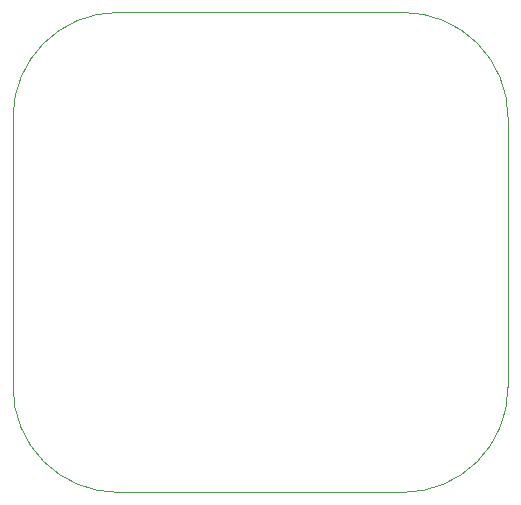
<source format=gko>
G04 (created by PCBNEW (2013-07-07 BZR 4022)-stable) date 14/09/2014 21:51:55*
%MOIN*%
G04 Gerber Fmt 3.4, Leading zero omitted, Abs format*
%FSLAX34Y34*%
G01*
G70*
G90*
G04 APERTURE LIST*
%ADD10C,0.00590551*%
%ADD11C,0.00393701*%
G04 APERTURE END LIST*
G54D10*
G54D11*
X60100Y-26200D02*
X60600Y-26200D01*
X51100Y-26200D02*
X60100Y-26200D01*
X64100Y-29700D02*
X64100Y-38700D01*
X47600Y-38700D02*
X47600Y-29700D01*
X51100Y-42200D02*
X60600Y-42200D01*
X47600Y-38700D02*
G75*
G03X51100Y-42200I3500J0D01*
G74*
G01*
X51100Y-26200D02*
G75*
G03X47600Y-29700I0J-3500D01*
G74*
G01*
X64100Y-29700D02*
G75*
G03X60600Y-26200I-3500J0D01*
G74*
G01*
X60600Y-42200D02*
G75*
G03X64100Y-38700I0J3500D01*
G74*
G01*
M02*

</source>
